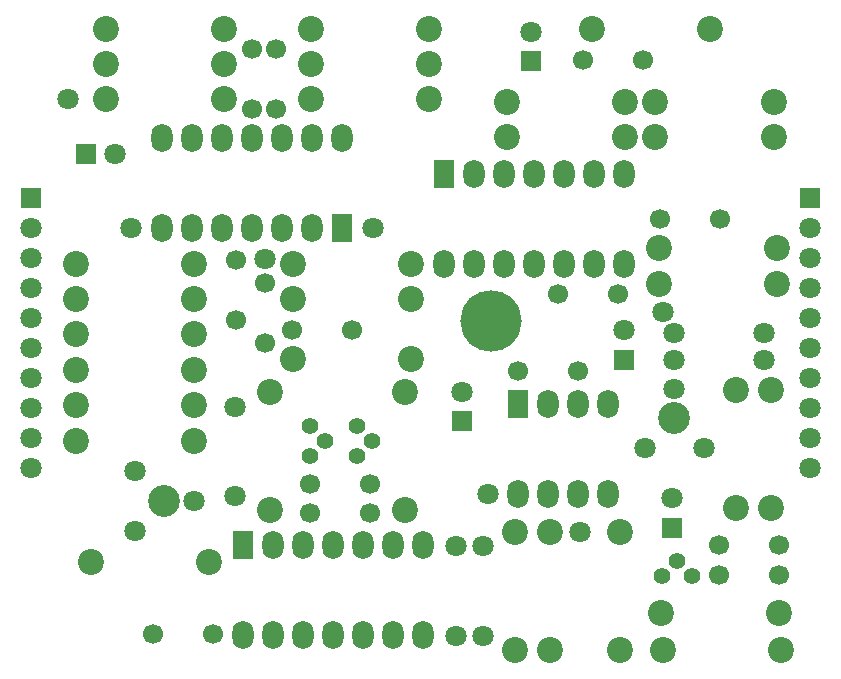
<source format=gbs>
G04 #@! TF.FileFunction,Soldermask,Bot*
%FSLAX46Y46*%
G04 Gerber Fmt 4.6, Leading zero omitted, Abs format (unit mm)*
G04 Created by KiCad (PCBNEW (2016-08-20 BZR 7083)-product) date Sat Sep 29 15:02:56 2018*
%MOMM*%
%LPD*%
G01*
G04 APERTURE LIST*
%ADD10C,0.100000*%
%ADD11C,1.700000*%
%ADD12R,1.800000X1.800000*%
%ADD13C,1.800000*%
%ADD14R,1.800000X2.400000*%
%ADD15O,1.800000X2.400000*%
%ADD16C,1.400000*%
%ADD17C,2.700000*%
%ADD18C,5.200000*%
%ADD19C,2.200000*%
G04 APERTURE END LIST*
D10*
D11*
X18900000Y35240000D03*
X18900000Y30160000D03*
X20200000Y53040000D03*
X20200000Y47960000D03*
X16940000Y3500000D03*
X11860000Y3500000D03*
D12*
X55800000Y12550000D03*
D13*
X55800000Y15050000D03*
D14*
X27820000Y37890000D03*
D15*
X25280000Y37890000D03*
X22740000Y37890000D03*
X20200000Y37890000D03*
X17660000Y37890000D03*
X15120000Y37890000D03*
X12580000Y37890000D03*
X12580000Y45510000D03*
X15120000Y45510000D03*
X17660000Y45510000D03*
X20200000Y45510000D03*
X22740000Y45510000D03*
X25280000Y45510000D03*
X27820000Y45510000D03*
D14*
X19480000Y11110000D03*
D15*
X22020000Y11110000D03*
X24560000Y11110000D03*
X27100000Y11110000D03*
X29640000Y11110000D03*
X32180000Y11110000D03*
X34720000Y11110000D03*
X34720000Y3490000D03*
X32180000Y3490000D03*
X29640000Y3490000D03*
X27100000Y3490000D03*
X24560000Y3490000D03*
X22020000Y3490000D03*
X19480000Y3490000D03*
D16*
X56200000Y9735000D03*
X54930000Y8465000D03*
X57470000Y8465000D03*
D14*
X42790000Y23010000D03*
D15*
X45330000Y23010000D03*
X47870000Y23010000D03*
X50410000Y23010000D03*
X50410000Y15390000D03*
X47870000Y15390000D03*
X45330000Y15390000D03*
X42790000Y15390000D03*
D13*
X15300000Y14800000D03*
X10300000Y12300000D03*
X10300000Y17300000D03*
D17*
X12800000Y14800000D03*
D13*
X56000000Y24300000D03*
X58500000Y19300000D03*
X53500000Y19300000D03*
D17*
X56000000Y21800000D03*
D16*
X30435000Y19900000D03*
X29165000Y21170000D03*
X29165000Y18630000D03*
X26435000Y19900000D03*
X25165000Y21170000D03*
X25165000Y18630000D03*
D11*
X59760000Y8500000D03*
X64840000Y8500000D03*
D12*
X6150000Y44200000D03*
D13*
X8650000Y44200000D03*
D11*
X59760000Y11100000D03*
X64840000Y11100000D03*
X48260000Y52100000D03*
X53340000Y52100000D03*
X22300000Y53040000D03*
X22300000Y47960000D03*
D12*
X43900000Y52050000D03*
D13*
X43900000Y54550000D03*
D11*
X21300000Y33240000D03*
X21300000Y28160000D03*
X42760000Y25800000D03*
X47840000Y25800000D03*
D12*
X51700000Y26750000D03*
D13*
X51700000Y29250000D03*
D12*
X38000000Y21550000D03*
D13*
X38000000Y24050000D03*
D11*
X51240000Y32300000D03*
X46160000Y32300000D03*
X54760000Y38700000D03*
X59840000Y38700000D03*
X23660000Y29300000D03*
X28740000Y29300000D03*
X30240000Y13800000D03*
X25160000Y13800000D03*
X25160000Y16200000D03*
X30240000Y16200000D03*
D13*
X4700000Y48800000D03*
X10000000Y37900000D03*
X21300000Y35300000D03*
X55000000Y30800000D03*
X40200000Y15400000D03*
X30500000Y37900000D03*
X48000000Y12200000D03*
X56000000Y29000000D03*
X63600000Y29000000D03*
X63600000Y26700000D03*
X56000000Y26700000D03*
X18800000Y22800000D03*
X18800000Y15200000D03*
X37500000Y11000000D03*
X37500000Y3400000D03*
X39800000Y11000000D03*
X39800000Y3400000D03*
X1500000Y17570000D03*
X1500000Y20110000D03*
X1500000Y22650000D03*
X1500000Y25190000D03*
X1500000Y27730000D03*
X1500000Y30270000D03*
X1500000Y32810000D03*
X1500000Y35350000D03*
D12*
X1500000Y40430000D03*
D13*
X1500000Y37890000D03*
X67500000Y17570000D03*
X67500000Y20110000D03*
X67500000Y22650000D03*
X67500000Y25190000D03*
X67500000Y27730000D03*
X67500000Y30270000D03*
X67500000Y32810000D03*
X67500000Y35350000D03*
D12*
X67500000Y40430000D03*
D13*
X67500000Y37890000D03*
D18*
X40500000Y30000000D03*
D19*
X65000000Y2200000D03*
X55000000Y2200000D03*
X64900000Y5300000D03*
X54900000Y5300000D03*
X5300000Y31900000D03*
X15300000Y31900000D03*
X15300000Y25900000D03*
X5300000Y25900000D03*
X15300000Y28900000D03*
X5300000Y28900000D03*
X7900000Y54800000D03*
X17900000Y54800000D03*
X51400000Y2200000D03*
X51400000Y12200000D03*
X15300000Y34900000D03*
X5300000Y34900000D03*
X17900000Y48800000D03*
X7900000Y48800000D03*
X7900000Y51800000D03*
X17900000Y51800000D03*
X51800000Y48600000D03*
X41800000Y48600000D03*
X64400000Y48600000D03*
X54400000Y48600000D03*
X51800000Y45600000D03*
X41800000Y45600000D03*
X64400000Y45600000D03*
X54400000Y45600000D03*
X35200000Y51800000D03*
X25200000Y51800000D03*
X35200000Y54800000D03*
X25200000Y54800000D03*
X59000000Y54800000D03*
X49000000Y54800000D03*
X25200000Y48800000D03*
X35200000Y48800000D03*
X61200000Y24200000D03*
X61200000Y14200000D03*
X5300000Y22900000D03*
X15300000Y22900000D03*
X23700000Y34900000D03*
X33700000Y34900000D03*
X64200000Y14200000D03*
X64200000Y24200000D03*
X45500000Y2200000D03*
X45500000Y12200000D03*
X6600000Y9600000D03*
X16600000Y9600000D03*
X5300000Y19900000D03*
X15300000Y19900000D03*
X33700000Y31900000D03*
X23700000Y31900000D03*
X42500000Y12200000D03*
X42500000Y2200000D03*
X64700000Y36200000D03*
X54700000Y36200000D03*
X54700000Y33200000D03*
X64700000Y33200000D03*
X33200000Y14000000D03*
X33200000Y24000000D03*
X23700000Y26800000D03*
X33700000Y26800000D03*
X21800000Y14000000D03*
X21800000Y24000000D03*
D14*
X36480000Y42510000D03*
D15*
X39020000Y42510000D03*
X41560000Y42510000D03*
X44100000Y42510000D03*
X46640000Y42510000D03*
X49180000Y42510000D03*
X51720000Y42510000D03*
X51720000Y34890000D03*
X49180000Y34890000D03*
X46640000Y34890000D03*
X44100000Y34890000D03*
X41560000Y34890000D03*
X39020000Y34890000D03*
X36480000Y34890000D03*
M02*

</source>
